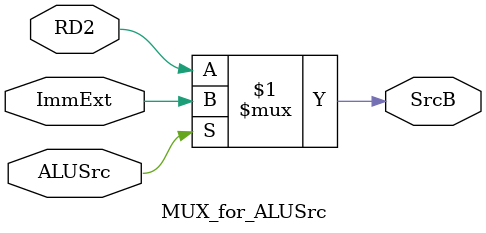
<source format=v>
`timescale 1ns / 1ps

module MUX_for_ALUSrc(
input RD2, ImmExt, ALUSrc,
output SrcB
    );
    assign SrcB = ALUSrc?ImmExt:RD2; // ALUSrc is the select line which will select the output for SrcB. One indicates for ImmExt and zero indicates for RD2.
endmodule

</source>
